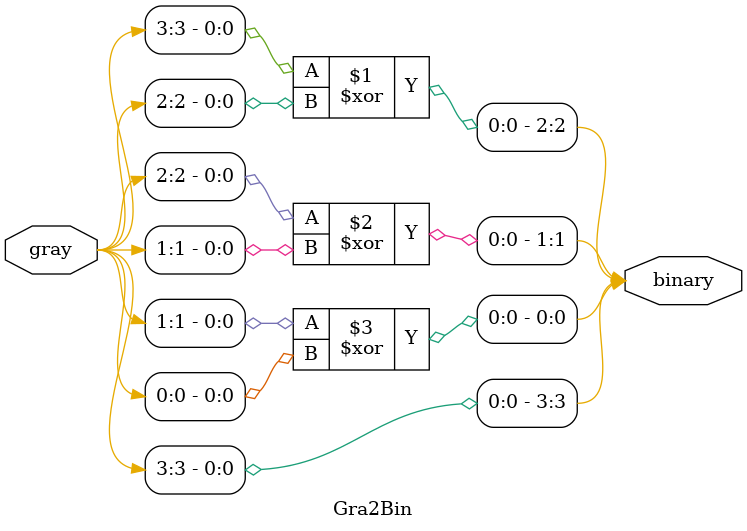
<source format=v>
`timescale 1ns / 1ps


module Gra2Bin(input [3:0] gray,output[3:0] binary);

assign binary[3]=gray[3];
assign binary[2]=gray[3]^gray[2];
assign binary[1]=gray[2]^gray[1];
assign binary[0]=gray[1]^gray[0];

endmodule

</source>
